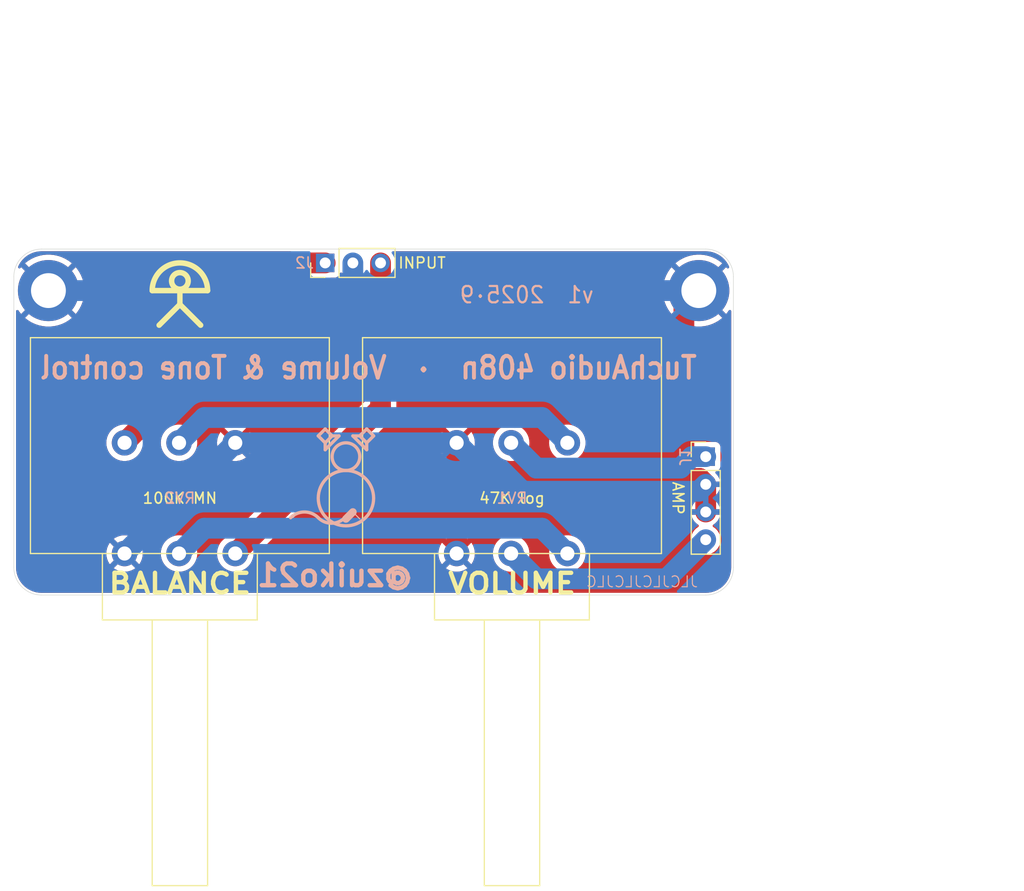
<source format=kicad_pcb>
(kicad_pcb (version 20240108) (generator "pcbnew") (generator_version "8.0")
  (title_block (title "TuchAudio 408n Volume and Tone passive control") (date "2025-09-07") (rev "v1") (company "@zuiko21") (comment 1 "(compact version)") (comment 2 "for TuchAudio 309 integrated amp"))
  (layers (0 "F.Cu" signal) (31 "B.Cu" signal) (34 "B.Paste" user) (35 "F.Paste" user) (36 "B.SilkS" user "B.Silkscreen") (37 "F.SilkS" user "F.Silkscreen") (38 "B.Mask" user) (39 "F.Mask" user) (44 "Edge.Cuts" user))
  (net 0 "")
  (net 1 "/BAL")
  (net 2 "/BAL'")
  (net 3 "GND")
  (net 4 "/VOL")
  (net 5 "/VOL'")
  (net 6 "/IN")
  (net 7 "/IN'")
  (footprint "MountingHole:MountingHole_3.2mm_M3_DIN965_Pad" (layer "F.Cu") (at 131.445 72.39)
    (property "Reference" "H2" (hide yes))
    (property "Value" "MountingHole_Pad" (hide yes))
    (pad "1" thru_hole circle (at 0 0) (size 5.6 5.6) (drill 3.2) (layers "*.Cu" "*.Mask" "In1.Cu" "In2.Cu" "In3.Cu" "In4.Cu" "In5.Cu" "In6.Cu" "In7.Cu" "In8.Cu" "In9.Cu" "In10.Cu" "In11.Cu" "In12.Cu" "In13.Cu" "In14.Cu" "In15.Cu" "In16.Cu" "In17.Cu" "In18.Cu" "In19.Cu" "In20.Cu" "In21.Cu" "In22.Cu" "In23.Cu" "In24.Cu" "In25.Cu" "In26.Cu" "In27.Cu" "In28.Cu" "In29.Cu" "In30.Cu") (net 3 "GND"))
  )
  (footprint "durango:Potentiometer_Alps_225G_Dual_Horizontal" (layer "F.Cu") (at 78.74 91.44 -90)
    (property "Reference" "RV2" (at 0 -5.08 0) (layer "B.SilkS") (effects (justify mirror)))
    (property "Value" "100K MN" (at 0 -5.08 0) (layer "F.SilkS"))
    (fp_line (start -14.732 8.636) (end 5.08 8.636) (stroke (width 0.12)) (layer "F.SilkS"))
    (fp_line (start 5.08 2.032) (end 11.176 2.032) (stroke (width 0.12)) (layer "F.SilkS"))
    (fp_line (start 11.176 -2.54) (end 35.56 -2.54) (stroke (width 0.12)) (layer "F.SilkS"))
    (fp_line (start 11.176 -7.62) (end 35.56 -7.62) (stroke (width 0.12)) (layer "F.SilkS"))
    (fp_line (start 35.56 -7.62) (end 35.56 -2.54) (stroke (width 0.12)) (layer "F.SilkS"))
    (fp_line (start 5.08 -12.192) (end 11.176 -12.176) (stroke (width 0.12)) (layer "F.SilkS"))
    (fp_line (start 11.176 -12.192) (end 11.176 2.032) (stroke (width 0.12)) (layer "F.SilkS"))
    (fp_line (start -14.732 -18.796) (end -14.732 8.636) (stroke (width 0.12)) (layer "F.SilkS"))
    (fp_line (start -14.732 -18.796) (end 5.08 -18.796) (stroke (width 0.12)) (layer "F.SilkS"))
    (fp_line (start 5.08 -18.796) (end 5.08 8.636) (stroke (width 0.12)) (layer "F.SilkS"))
    (pad "1" thru_hole circle (at -5.08 0 270) (size 2.34 2.34) (drill 1.3) (layers "*.Cu" "*.Mask" "In1.Cu" "In2.Cu" "In3.Cu" "In4.Cu" "In5.Cu" "In6.Cu" "In7.Cu" "In8.Cu" "In9.Cu" "In10.Cu" "In11.Cu" "In12.Cu" "In13.Cu" "In14.Cu" "In15.Cu" "In16.Cu" "In17.Cu" "In18.Cu" "In19.Cu" "In20.Cu" "In21.Cu" "In22.Cu" "In23.Cu" "In24.Cu" "In25.Cu" "In26.Cu" "In27.Cu" "In28.Cu" "In29.Cu" "In30.Cu") (net 6 "/IN"))
    (pad "2" thru_hole circle (at -5.08 -5 270) (size 2.34 2.34) (drill 1.3) (layers "*.Cu" "*.Mask" "In1.Cu" "In2.Cu" "In3.Cu" "In4.Cu" "In5.Cu" "In6.Cu" "In7.Cu" "In8.Cu" "In9.Cu" "In10.Cu" "In11.Cu" "In12.Cu" "In13.Cu" "In14.Cu" "In15.Cu" "In16.Cu" "In17.Cu" "In18.Cu" "In19.Cu" "In20.Cu" "In21.Cu" "In22.Cu" "In23.Cu" "In24.Cu" "In25.Cu" "In26.Cu" "In27.Cu" "In28.Cu" "In29.Cu" "In30.Cu") (net 1 "/BAL"))
    (pad "3" thru_hole circle (at -5.08 -10.16 270) (size 2.34 2.34) (drill 1.3) (layers "*.Cu" "*.Mask" "In1.Cu" "In2.Cu" "In3.Cu" "In4.Cu" "In5.Cu" "In6.Cu" "In7.Cu" "In8.Cu" "In9.Cu" "In10.Cu" "In11.Cu" "In12.Cu" "In13.Cu" "In14.Cu" "In15.Cu" "In16.Cu" "In17.Cu" "In18.Cu" "In19.Cu" "In20.Cu" "In21.Cu" "In22.Cu" "In23.Cu" "In24.Cu" "In25.Cu" "In26.Cu" "In27.Cu" "In28.Cu" "In29.Cu" "In30.Cu") (net 3 "GND"))
    (pad "4" thru_hole circle (at 5.08 0 270) (size 2.34 2.34) (drill 1.3) (layers "*.Cu" "*.Mask" "In1.Cu" "In2.Cu" "In3.Cu" "In4.Cu" "In5.Cu" "In6.Cu" "In7.Cu" "In8.Cu" "In9.Cu" "In10.Cu" "In11.Cu" "In12.Cu" "In13.Cu" "In14.Cu" "In15.Cu" "In16.Cu" "In17.Cu" "In18.Cu" "In19.Cu" "In20.Cu" "In21.Cu" "In22.Cu" "In23.Cu" "In24.Cu" "In25.Cu" "In26.Cu" "In27.Cu" "In28.Cu" "In29.Cu" "In30.Cu") (net 3 "GND"))
    (pad "5" thru_hole circle (at 5.08 -5 270) (size 2.34 2.34) (drill 1.3) (layers "*.Cu" "*.Mask" "In1.Cu" "In2.Cu" "In3.Cu" "In4.Cu" "In5.Cu" "In6.Cu" "In7.Cu" "In8.Cu" "In9.Cu" "In10.Cu" "In11.Cu" "In12.Cu" "In13.Cu" "In14.Cu" "In15.Cu" "In16.Cu" "In17.Cu" "In18.Cu" "In19.Cu" "In20.Cu" "In21.Cu" "In22.Cu" "In23.Cu" "In24.Cu" "In25.Cu" "In26.Cu" "In27.Cu" "In28.Cu" "In29.Cu" "In30.Cu") (net 2 "/BAL'"))
    (pad "6" thru_hole circle (at 5.08 -10.16 270) (size 2.34 2.34) (drill 1.3) (layers "*.Cu" "*.Mask" "In1.Cu" "In2.Cu" "In3.Cu" "In4.Cu" "In5.Cu" "In6.Cu" "In7.Cu" "In8.Cu" "In9.Cu" "In10.Cu" "In11.Cu" "In12.Cu" "In13.Cu" "In14.Cu" "In15.Cu" "In16.Cu" "In17.Cu" "In18.Cu" "In19.Cu" "In20.Cu" "In21.Cu" "In22.Cu" "In23.Cu" "In24.Cu" "In25.Cu" "In26.Cu" "In27.Cu" "In28.Cu" "In29.Cu" "In30.Cu") (net 7 "/IN'"))
  )
  (footprint "durango:Potentiometer_Alps_225G_Dual_Horizontal" (layer "F.Cu") (at 109.22 91.44 -90)
    (property "Reference" "RV1" (at 0 -5.08 0) (layer "B.SilkS") (effects (justify mirror)))
    (property "Value" "47K log" (at 0 -5.08 0) (layer "F.SilkS"))
    (fp_line (start -14.732 8.636) (end 5.08 8.636) (stroke (width 0.12)) (layer "F.SilkS"))
    (fp_line (start 5.08 2.032) (end 11.176 2.032) (stroke (width 0.12)) (layer "F.SilkS"))
    (fp_line (start 11.176 -2.54) (end 35.56 -2.54) (stroke (width 0.12)) (layer "F.SilkS"))
    (fp_line (start 11.176 -7.62) (end 35.56 -7.62) (stroke (width 0.12)) (layer "F.SilkS"))
    (fp_line (start 35.56 -7.62) (end 35.56 -2.54) (stroke (width 0.12)) (layer "F.SilkS"))
    (fp_line (start 5.08 -12.192) (end 11.176 -12.176) (stroke (width 0.12)) (layer "F.SilkS"))
    (fp_line (start 11.176 -12.192) (end 11.176 2.032) (stroke (width 0.12)) (layer "F.SilkS"))
    (fp_line (start -14.732 -18.796) (end -14.732 8.636) (stroke (width 0.12)) (layer "F.SilkS"))
    (fp_line (start -14.732 -18.796) (end 5.08 -18.796) (stroke (width 0.12)) (layer "F.SilkS"))
    (fp_line (start 5.08 -18.796) (end 5.08 8.636) (stroke (width 0.12)) (layer "F.SilkS"))
    (pad "1" thru_hole circle (at -5.08 0 270) (size 2.34 2.34) (drill 1.3) (layers "*.Cu" "*.Mask" "In1.Cu" "In2.Cu" "In3.Cu" "In4.Cu" "In5.Cu" "In6.Cu" "In7.Cu" "In8.Cu" "In9.Cu" "In10.Cu" "In11.Cu" "In12.Cu" "In13.Cu" "In14.Cu" "In15.Cu" "In16.Cu" "In17.Cu" "In18.Cu" "In19.Cu" "In20.Cu" "In21.Cu" "In22.Cu" "In23.Cu" "In24.Cu" "In25.Cu" "In26.Cu" "In27.Cu" "In28.Cu" "In29.Cu" "In30.Cu") (net 3 "GND"))
    (pad "2" thru_hole circle (at -5.08 -5 270) (size 2.34 2.34) (drill 1.3) (layers "*.Cu" "*.Mask" "In1.Cu" "In2.Cu" "In3.Cu" "In4.Cu" "In5.Cu" "In6.Cu" "In7.Cu" "In8.Cu" "In9.Cu" "In10.Cu" "In11.Cu" "In12.Cu" "In13.Cu" "In14.Cu" "In15.Cu" "In16.Cu" "In17.Cu" "In18.Cu" "In19.Cu" "In20.Cu" "In21.Cu" "In22.Cu" "In23.Cu" "In24.Cu" "In25.Cu" "In26.Cu" "In27.Cu" "In28.Cu" "In29.Cu" "In30.Cu") (net 4 "/VOL"))
    (pad "3" thru_hole circle (at -5.08 -10.16 270) (size 2.34 2.34) (drill 1.3) (layers "*.Cu" "*.Mask" "In1.Cu" "In2.Cu" "In3.Cu" "In4.Cu" "In5.Cu" "In6.Cu" "In7.Cu" "In8.Cu" "In9.Cu" "In10.Cu" "In11.Cu" "In12.Cu" "In13.Cu" "In14.Cu" "In15.Cu" "In16.Cu" "In17.Cu" "In18.Cu" "In19.Cu" "In20.Cu" "In21.Cu" "In22.Cu" "In23.Cu" "In24.Cu" "In25.Cu" "In26.Cu" "In27.Cu" "In28.Cu" "In29.Cu" "In30.Cu") (net 1 "/BAL"))
    (pad "4" thru_hole circle (at 5.08 0 270) (size 2.34 2.34) (drill 1.3) (layers "*.Cu" "*.Mask" "In1.Cu" "In2.Cu" "In3.Cu" "In4.Cu" "In5.Cu" "In6.Cu" "In7.Cu" "In8.Cu" "In9.Cu" "In10.Cu" "In11.Cu" "In12.Cu" "In13.Cu" "In14.Cu" "In15.Cu" "In16.Cu" "In17.Cu" "In18.Cu" "In19.Cu" "In20.Cu" "In21.Cu" "In22.Cu" "In23.Cu" "In24.Cu" "In25.Cu" "In26.Cu" "In27.Cu" "In28.Cu" "In29.Cu" "In30.Cu") (net 3 "GND"))
    (pad "5" thru_hole circle (at 5.08 -5 270) (size 2.34 2.34) (drill 1.3) (layers "*.Cu" "*.Mask" "In1.Cu" "In2.Cu" "In3.Cu" "In4.Cu" "In5.Cu" "In6.Cu" "In7.Cu" "In8.Cu" "In9.Cu" "In10.Cu" "In11.Cu" "In12.Cu" "In13.Cu" "In14.Cu" "In15.Cu" "In16.Cu" "In17.Cu" "In18.Cu" "In19.Cu" "In20.Cu" "In21.Cu" "In22.Cu" "In23.Cu" "In24.Cu" "In25.Cu" "In26.Cu" "In27.Cu" "In28.Cu" "In29.Cu" "In30.Cu") (net 5 "/VOL'"))
    (pad "6" thru_hole circle (at 5.08 -10.16 270) (size 2.34 2.34) (drill 1.3) (layers "*.Cu" "*.Mask" "In1.Cu" "In2.Cu" "In3.Cu" "In4.Cu" "In5.Cu" "In6.Cu" "In7.Cu" "In8.Cu" "In9.Cu" "In10.Cu" "In11.Cu" "In12.Cu" "In13.Cu" "In14.Cu" "In15.Cu" "In16.Cu" "In17.Cu" "In18.Cu" "In19.Cu" "In20.Cu" "In21.Cu" "In22.Cu" "In23.Cu" "In24.Cu" "In25.Cu" "In26.Cu" "In27.Cu" "In28.Cu" "In29.Cu" "In30.Cu") (net 2 "/BAL'"))
  )
  (footprint "MountingHole:MountingHole_3.2mm_M3_DIN965_Pad" (layer "F.Cu") (at 71.755 72.39)
    (property "Reference" "H1" (hide yes))
    (property "Value" "MountingHole_Pad" (hide yes))
    (pad "1" thru_hole circle (at 0 0) (size 5.6 5.6) (drill 3.2) (layers "*.Cu" "*.Mask" "In1.Cu" "In2.Cu" "In3.Cu" "In4.Cu" "In5.Cu" "In6.Cu" "In7.Cu" "In8.Cu" "In9.Cu" "In10.Cu" "In11.Cu" "In12.Cu" "In13.Cu" "In14.Cu" "In15.Cu" "In16.Cu" "In17.Cu" "In18.Cu" "In19.Cu" "In20.Cu" "In21.Cu" "In22.Cu" "In23.Cu" "In24.Cu" "In25.Cu" "In26.Cu" "In27.Cu" "In28.Cu" "In29.Cu" "In30.Cu") (net 3 "GND"))
  )
  (footprint "Connector_PinHeader_2.54mm:PinHeader_1x03_P2.54mm_Vertical" (layer "F.Cu") (at 97.155 69.85 90)
    (property "Reference" "J2" (at 0 -1.905 0) (layer "B.SilkS") (effects (justify mirror)))
    (property "Value" "INPUT" (at 0 8.89 0) (layer "F.SilkS"))
    (fp_line (start -1.33 -1.33) (end 0 -1.33) (stroke (width 0.12)) (layer "F.SilkS"))
    (fp_line (start -1.33 0) (end -1.33 -1.33) (stroke (width 0.12)) (layer "F.SilkS"))
    (fp_line (start 1.33 1.27) (end 1.33 6.41) (stroke (width 0.12)) (layer "F.SilkS"))
    (fp_line (start -1.33 1.27) (end 1.33 1.27) (stroke (width 0.12)) (layer "F.SilkS"))
    (fp_line (start -1.33 1.27) (end -1.33 6.41) (stroke (width 0.12)) (layer "F.SilkS"))
    (fp_line (start -1.33 6.41) (end 1.33 6.41) (stroke (width 0.12)) (layer "F.SilkS"))
    (pad "1" thru_hole rect (at 0 0 90) (size 1.7 1.7) (drill 1) (layers "*.Cu" "*.Mask" "In1.Cu" "In2.Cu" "In3.Cu" "In4.Cu" "In5.Cu" "In6.Cu" "In7.Cu" "In8.Cu" "In9.Cu" "In10.Cu" "In11.Cu" "In12.Cu" "In13.Cu" "In14.Cu" "In15.Cu" "In16.Cu" "In17.Cu" "In18.Cu" "In19.Cu" "In20.Cu" "In21.Cu" "In22.Cu" "In23.Cu" "In24.Cu" "In25.Cu" "In26.Cu" "In27.Cu" "In28.Cu" "In29.Cu" "In30.Cu") (net 6 "/IN"))
    (pad "2" thru_hole oval (at 0 2.54 90) (size 1.7 1.7) (drill 1) (layers "*.Cu" "*.Mask" "In1.Cu" "In2.Cu" "In3.Cu" "In4.Cu" "In5.Cu" "In6.Cu" "In7.Cu" "In8.Cu" "In9.Cu" "In10.Cu" "In11.Cu" "In12.Cu" "In13.Cu" "In14.Cu" "In15.Cu" "In16.Cu" "In17.Cu" "In18.Cu" "In19.Cu" "In20.Cu" "In21.Cu" "In22.Cu" "In23.Cu" "In24.Cu" "In25.Cu" "In26.Cu" "In27.Cu" "In28.Cu" "In29.Cu" "In30.Cu") (net 3 "GND"))
    (pad "3" thru_hole oval (at 0 5.08 90) (size 1.7 1.7) (drill 1) (layers "*.Cu" "*.Mask" "In1.Cu" "In2.Cu" "In3.Cu" "In4.Cu" "In5.Cu" "In6.Cu" "In7.Cu" "In8.Cu" "In9.Cu" "In10.Cu" "In11.Cu" "In12.Cu" "In13.Cu" "In14.Cu" "In15.Cu" "In16.Cu" "In17.Cu" "In18.Cu" "In19.Cu" "In20.Cu" "In21.Cu" "In22.Cu" "In23.Cu" "In24.Cu" "In25.Cu" "In26.Cu" "In27.Cu" "In28.Cu" "In29.Cu" "In30.Cu") (net 7 "/IN'"))
  )
  (footprint "Connector_PinHeader_2.54mm:PinHeader_1x04_P2.54mm_Vertical" (layer "F.Cu") (at 132.08 87.63)
    (property "Reference" "J1" (at -1.905 0 -90) (layer "B.SilkS") (effects (justify mirror)))
    (property "Value" "AMP" (at -2.54 3.81 -90) (layer "F.SilkS"))
    (fp_line (start -1.33 -1.33) (end 0 -1.33) (stroke (width 0.12)) (layer "F.SilkS"))
    (fp_line (start -1.33 0) (end -1.33 -1.33) (stroke (width 0.12)) (layer "F.SilkS"))
    (fp_line (start -1.33 1.27) (end -1.33 8.95) (stroke (width 0.12)) (layer "F.SilkS"))
    (fp_line (start -1.33 1.27) (end 1.33 1.27) (stroke (width 0.12)) (layer "F.SilkS"))
    (fp_line (start -1.33 8.95) (end 1.33 8.95) (stroke (width 0.12)) (layer "F.SilkS"))
    (fp_line (start 1.33 1.27) (end 1.33 8.95) (stroke (width 0.12)) (layer "F.SilkS"))
    (pad "1" thru_hole rect (at 0 0) (size 1.7 1.7) (drill 1) (layers "*.Cu" "*.Mask" "In1.Cu" "In2.Cu" "In3.Cu" "In4.Cu" "In5.Cu" "In6.Cu" "In7.Cu" "In8.Cu" "In9.Cu" "In10.Cu" "In11.Cu" "In12.Cu" "In13.Cu" "In14.Cu" "In15.Cu" "In16.Cu" "In17.Cu" "In18.Cu" "In19.Cu" "In20.Cu" "In21.Cu" "In22.Cu" "In23.Cu" "In24.Cu" "In25.Cu" "In26.Cu" "In27.Cu" "In28.Cu" "In29.Cu" "In30.Cu") (net 4 "/VOL"))
    (pad "2" thru_hole oval (at 0 2.54) (size 1.7 1.7) (drill 1) (layers "*.Cu" "*.Mask" "In1.Cu" "In2.Cu" "In3.Cu" "In4.Cu" "In5.Cu" "In6.Cu" "In7.Cu" "In8.Cu" "In9.Cu" "In10.Cu" "In11.Cu" "In12.Cu" "In13.Cu" "In14.Cu" "In15.Cu" "In16.Cu" "In17.Cu" "In18.Cu" "In19.Cu" "In20.Cu" "In21.Cu" "In22.Cu" "In23.Cu" "In24.Cu" "In25.Cu" "In26.Cu" "In27.Cu" "In28.Cu" "In29.Cu" "In30.Cu") (net 3 "GND"))
    (pad "3" thru_hole oval (at 0 5.08) (size 1.7 1.7) (drill 1) (layers "*.Cu" "*.Mask" "In1.Cu" "In2.Cu" "In3.Cu" "In4.Cu" "In5.Cu" "In6.Cu" "In7.Cu" "In8.Cu" "In9.Cu" "In10.Cu" "In11.Cu" "In12.Cu" "In13.Cu" "In14.Cu" "In15.Cu" "In16.Cu" "In17.Cu" "In18.Cu" "In19.Cu" "In20.Cu" "In21.Cu" "In22.Cu" "In23.Cu" "In24.Cu" "In25.Cu" "In26.Cu" "In27.Cu" "In28.Cu" "In29.Cu" "In30.Cu") (net 3 "GND"))
    (pad "4" thru_hole oval (at 0 7.62) (size 1.7 1.7) (drill 1) (layers "*.Cu" "*.Mask" "In1.Cu" "In2.Cu" "In3.Cu" "In4.Cu" "In5.Cu" "In6.Cu" "In7.Cu" "In8.Cu" "In9.Cu" "In10.Cu" "In11.Cu" "In12.Cu" "In13.Cu" "In14.Cu" "In15.Cu" "In16.Cu" "In17.Cu" "In18.Cu" "In19.Cu" "In20.Cu" "In21.Cu" "In22.Cu" "In23.Cu" "In24.Cu" "In25.Cu" "In26.Cu" "In27.Cu" "In28.Cu" "In29.Cu" "In30.Cu") (net 5 "/VOL'"))
  )
  (gr_line (start 99.695 85.725) (end 100.33 86.36) (stroke (width 0.3)) (layer "B.SilkS"))
  (gr_line (start 99.06 93.345) (end 99.695 92.71) (stroke (width 0.7) (type dash_dot_dot)) (layer "B.SilkS"))
  (gr_line (start 97.155 85.09) (end 97.79 85.725) (stroke (width 0.3)) (layer "B.SilkS"))
  (gr_circle (center 99.06 91.44) (end 101.6 91.44) (stroke (width 0.3)) (fill none) (layer "B.SilkS"))
  (gr_line (start 97.79 85.725) (end 97.155 86.36) (stroke (width 0.3)) (layer "B.SilkS"))
  (gr_line (start 100.965 86.995) (end 100.965 86.36) (stroke (width 0.3)) (layer "B.SilkS"))
  (gr_arc (start 99.006746 93.180356) (mid 97.775262 93.739676) (end 96.52 93.236051) (stroke (width 0.3)) (layer "B.SilkS"))
  (gr_line (start 97.155 86.36) (end 97.155 86.995) (stroke (width 0.3)) (layer "B.SilkS"))
  (gr_line (start 100.33 85.725) (end 100.965 86.36) (stroke (width 0.3)) (layer "B.SilkS"))
  (gr_arc (start 93.98 93.236051) (mid 95.25 92.71) (end 96.52 93.236051) (stroke (width 0.3)) (layer "B.SilkS"))
  (gr_line (start 101.6 85.725) (end 100.965 85.09) (stroke (width 0.3)) (layer "B.SilkS"))
  (gr_line (start 100.965 85.09) (end 100.33 85.725) (stroke (width 0.3)) (layer "B.SilkS"))
  (gr_line (start 100.965 86.36) (end 101.6 85.725) (stroke (width 0.3)) (layer "B.SilkS"))
  (gr_line (start 98.425 85.725) (end 97.79 85.725) (stroke (width 0.3)) (layer "B.SilkS"))
  (gr_circle (center 99.06 87.63) (end 100.33 87.63) (stroke (width 0.3)) (fill none) (layer "B.SilkS"))
  (gr_line (start 97.155 86.995) (end 98.425 85.725) (stroke (width 0.3)) (layer "B.SilkS"))
  (gr_line (start 100.33 85.725) (end 99.695 85.725) (stroke (width 0.3)) (layer "B.SilkS"))
  (gr_line (start 99.695 92.71) (end 100.33 93.345) (stroke (width 0.1)) (layer "B.SilkS"))
  (gr_line (start 100.33 86.36) (end 100.965 86.995) (stroke (width 0.3)) (layer "B.SilkS"))
  (gr_line (start 97.155 86.36) (end 96.52 85.725) (stroke (width 0.3)) (layer "B.SilkS"))
  (gr_line (start 96.52 85.725) (end 97.155 85.09) (stroke (width 0.3)) (layer "B.SilkS"))
  (gr_circle (center 83.82 71.501) (end 84.582 71.501) (stroke (width 0.5)) (fill none) (layer "F.SilkS"))
  (gr_arc (start 81.28 72.39) (mid 83.82 69.85) (end 86.36 72.39) (stroke (width 0.5)) (layer "F.SilkS"))
  (gr_line (start 83.82 73.66) (end 85.725 75.565) (stroke (width 0.5)) (layer "F.SilkS"))
  (gr_line (start 83.82 72.39) (end 83.82 73.66) (stroke (width 0.5)) (layer "F.SilkS"))
  (gr_line (start 81.28 72.39) (end 86.36 72.39) (stroke (width 0.5)) (layer "F.SilkS"))
  (gr_line (start 83.82 73.66) (end 81.915 75.565) (stroke (width 0.5)) (layer "F.SilkS"))
  (gr_arc (start 134.62 97.79) (mid 133.876051 99.586051) (end 132.08 100.33) (stroke (width 0.05)) (layer "Edge.Cuts"))
  (gr_arc (start 132.08 68.58) (mid 133.876051 69.323949) (end 134.62 71.12) (stroke (width 0.05)) (layer "Edge.Cuts"))
  (gr_arc (start 71.12 100.33) (mid 69.323949 99.586051) (end 68.58 97.79) (stroke (width 0.05)) (layer "Edge.Cuts"))
  (gr_arc (start 68.58 71.12) (mid 69.323949 69.323949) (end 71.12 68.58) (stroke (width 0.05)) (layer "Edge.Cuts"))
  (gr_line (start 71.12 100.33) (end 132.08 100.33) (stroke (width 0.05)) (layer "Edge.Cuts"))
  (gr_line (start 134.62 97.79) (end 134.62 71.12) (stroke (width 0.05)) (layer "Edge.Cuts"))
  (gr_line (start 68.58 71.12) (end 68.58 97.79) (stroke (width 0.05)) (layer "Edge.Cuts"))
  (gr_line (start 132.08 68.58) (end 71.12 68.58) (stroke (width 0.05)) (layer "Edge.Cuts"))
  (gr_text "v1  2025·9" (at 121.92 73.66 0) (layer "B.SilkS") (effects (font (size 1.5 1.4) (thickness 0.2)) (justify left bottom mirror)))
  (gr_text "JLCJLCJLCJLC" (at 131.445 99.695 0) (layer "B.SilkS") (effects (font (size 1 1) (thickness 0.1)) (justify left bottom mirror)))
  (gr_text "TuchAudio 408n  ·  Volume & Tone control" (at 131.445 80.645 0) (layer "B.SilkS") (effects (font (size 2 1.8) (thickness 0.36) (bold yes)) (justify left bottom mirror)))
  (gr_text "@zuiko21" (at 105.41 99.695 0) (layer "B.SilkS") (effects (font (size 2 2) (thickness 0.4) (bold yes)) (justify left bottom mirror)))
  (gr_text "VOLUME" (at 114.3 100.33 0) (layer "F.SilkS") (effects (font (size 1.8 2) (thickness 0.4) (bold yes)) (justify bottom)))
  (gr_text "BALANCE" (at 83.82 100.33 0) (layer "F.SilkS") (effects (font (size 1.8 2) (thickness 0.4) (bold yes)) (justify bottom)))
  (segment (start 117.0575 84.0375) (end 119.38 86.36) (width 1.905) (layer "B.Cu") (net 1))
  (segment (start 86.0625 84.0375) (end 117.0575 84.0375) (width 1.905) (layer "B.Cu") (net 1))
  (segment (start 83.74 86.36) (end 86.0625 84.0375) (width 1.905) (layer "B.Cu") (net 1))
  (segment (start 86.0625 94.1975) (end 117.0575 94.1975) (width 1.905) (layer "B.Cu") (net 2))
  (segment (start 83.74 96.52) (end 86.0625 94.1975) (width 1.905) (layer "B.Cu") (net 2))
  (segment (start 117.0575 94.1975) (end 119.38 96.52) (width 1.905) (layer "B.Cu") (net 2))
  (segment (start 130.0775 89.6325) (end 130.0775 73.7575) (width 1.905) (layer "F.Cu") (net 3))
  (segment (start 132.08 90.17) (end 132.08 92.71) (width 1.905) (layer "F.Cu") (net 3))
  (segment (start 132.08 90.17) (end 131.5425 89.6325) (width 1.905) (layer "F.Cu") (net 3))
  (segment (start 130.0775 73.7575) (end 131.445 72.39) (width 1.905) (layer "F.Cu") (net 3))
  (segment (start 109.22 86.36) (end 109.22 96.52) (width 1.905) (layer "F.Cu") (net 3))
  (segment (start 131.5425 89.6325) (end 130.0775 89.6325) (width 1.905) (layer "F.Cu") (net 3))
  (segment (start 99.695 69.85) (end 99.695 71.315) (width 1.905) (layer "B.Cu") (net 3))
  (segment (start 113.665 90.805) (end 131.445 90.805) (width 1.905) (layer "B.Cu") (net 3))
  (segment (start 109.22 86.36) (end 113.665 90.805) (width 1.905) (layer "B.Cu") (net 3))
  (segment (start 109.22 86.36) (end 88.9 86.36) (width 1.905) (layer "B.Cu") (net 3))
  (segment (start 98.62 72.39) (end 71.755 72.39) (width 1.905) (layer "B.Cu") (net 3))
  (segment (start 99.695 71.315) (end 98.62 72.39) (width 1.905) (layer "B.Cu") (net 3))
  (segment (start 131.445 90.805) (end 132.08 90.17) (width 1.905) (layer "B.Cu") (net 3))
  (segment (start 88.9 86.36) (end 78.74 96.52) (width 1.905) (layer "B.Cu") (net 3))
  (segment (start 100.77 72.39) (end 131.445 72.39) (width 1.905) (layer "B.Cu") (net 3))
  (segment (start 99.695 71.315) (end 100.77 72.39) (width 1.905) (layer "B.Cu") (net 3))
  (segment (start 130.81 87.63) (end 132.08 87.63) (width 1.905) (layer "B.Cu") (net 4))
  (segment (start 114.22 86.36) (end 116.5425 88.6825) (width 1.905) (layer "B.Cu") (net 4))
  (segment (start 116.5425 88.6825) (end 129.7575 88.6825) (width 1.905) (layer "B.Cu") (net 4))
  (segment (start 129.7575 88.6825) (end 130.81 87.63) (width 1.905) (layer "B.Cu") (net 4))
  (segment (start 132.08 95.25) (end 128.4875 98.8425) (width 1.905) (layer "B.Cu") (net 5))
  (segment (start 116.5425 98.8425) (end 114.22 96.52) (width 1.905) (layer "B.Cu") (net 5))
  (segment (start 128.4875 98.8425) (end 116.5425 98.8425) (width 1.905) (layer "B.Cu") (net 5))
  (segment (start 97.155 69.85) (end 95.25 69.85) (width 1.905) (layer "F.Cu") (net 6))
  (segment (start 95.25 69.85) (end 78.74 86.36) (width 1.905) (layer "F.Cu") (net 6))
  (segment (start 102.235 69.85) (end 102.235 83.185) (width 1.905) (layer "F.Cu") (net 7))
  (segment (start 102.235 83.185) (end 88.9 96.52) (width 1.905) (layer "F.Cu") (net 7))
  (zone (net 3) (net_name "GND") (layer "F.Cu") (priority 1) (connect_pads (clearance 0.5)) (min_thickness 0.25) (fill yes (thermal_gap 0.5) (thermal_bridge_width 0.5))
    (polygon (pts (xy 67.31 45.72) (xy 161.29 45.72) (xy 161.29 101.6) (xy 67.31 101.6)))
  )
  (zone (net 3) (net_name "GND") (layer "B.Cu") (connect_pads (clearance 0.5)) (min_thickness 0.25) (fill yes (thermal_gap 0.5) (thermal_bridge_width 0.5))
    (polygon (pts (xy 67.31 45.72) (xy 161.29 45.72) (xy 161.29 101.6) (xy 67.31 101.6)))
  )
)
</source>
